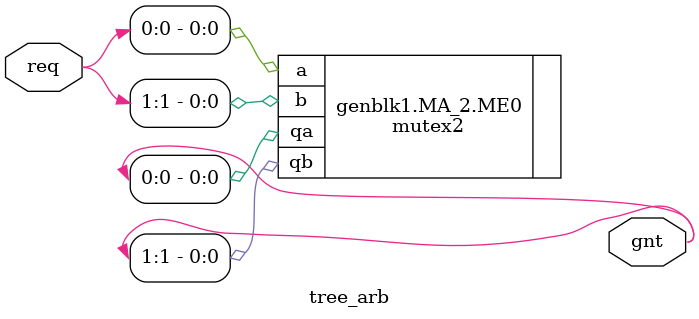
<source format=v>
/*
 Asynchronous SDM NoC
 (C)2011 Wei Song
 Advanced Processor Technologies Group
 Computer Science, the Univ. of Manchester, UK
 
 Authors: 
 Wei Song     wsong83@gmail.com
 
 License: LGPL 3.0 or later
 
 M-to-1 asynchronous tree arbiter.
 
 History:
 03/09/2009  Initial version. <wsong83@gmail.com>
 23/05/2011  Clean up for opensource. <wsong83@gmail.com>
 
*/

module tree_arb (/*AUTOARG*/
   // Outputs
   gnt,
   // Inputs
   req
   ) ;

   // parameters
   parameter MR = 2;                  // the number of request inputs
   localparam TrLev = mlog2(MR)-1;    // the number of levels of the tree
   input [MR-1:0]  req;               // the request input
   output [MR-1:0] gnt;               // the grant output

   // generate variables
   genvar 	   i, j, k;

   // internal wires
   wire [MR*2:0]   mreq;              // the internal request lines
   wire [MR*2:0]   mgnt;              // the internal gnt lines
   wire [1:0] 	   rgnt;              // the positive gnt of the root mutex

   // the hardware block
   generate
      if (MR == 1)		// special case: only one input
	begin: MA_1
	   assign gnt = req;
	end
      else if(MR == 2)		// special case: only two input
	begin: MA_2
	   mutex2 ME0 (
		      .a    ( req[0]    ),
		      .b    ( req[1]    ),
		      .qa   ( gnt[0]    ),
		      .qb   ( gnt[1]    )
		      );
	end
      else
	begin: MA_N

	   mutex2 ME0 (
		      .a    ( mreq[0]   ),
		      .b    ( mreq[1]   ),
		      .qa   ( rgnt[0]   ),
		      .qb   ( rgnt[1]   )
		      );

	   assign mgnt[1:0] = ~rgnt;

	   for (i=1; 2**(i+1)<MR; i=i+1) begin: L
	      for (j=0; j<2**i; j=j+1) begin: T
		 tarb TA (
			  .ngnt    ( mgnt[(2**i-1)*2+j*2+1:(2**i-1)*2+j*2]  ),
			  .ntgnt   ( mgnt[(2**(i-1)-1)*2+j]                 ),
			  .req     ( mreq[(2**i-1)*2+j*2+1:(2**i-1)*2+j*2]  ),
			  .treq    ( mreq[(2**(i-1)-1)*2+j]                 )
			  );
	      end
	   end

	   for (j=0; j<MR-(2**TrLev); j=j+1) begin: LF
	      tarb TA (
		       .ngnt    ( mgnt[(2**TrLev-1)*2+j*2+1:(2**TrLev-1)*2+j*2]  ),
		       .ntgnt   ( mgnt[(2**(TrLev-1)-1)*2+j]                     ),
		       .req     ( mreq[(2**TrLev-1)*2+j*2+1:(2**TrLev-1)*2+j*2]  ),
		       .treq    ( mreq[(2**(TrLev-1)-1)*2+j]                     )
		       );
	   end

	   assign gnt = ~(mgnt[2*MR-3:MR-2]);
	   assign mreq[2*MR-3:MR-2] = req;

	end
   endgenerate

   // log_2 function
   function integer mlog2;
      input integer MR;
      begin
	 for( mlog2 = 0; 2**mlog2<MR; mlog2=mlog2+1)
	   begin
	   end
      end
   endfunction // mlog2

endmodule // tree_arb



</source>
